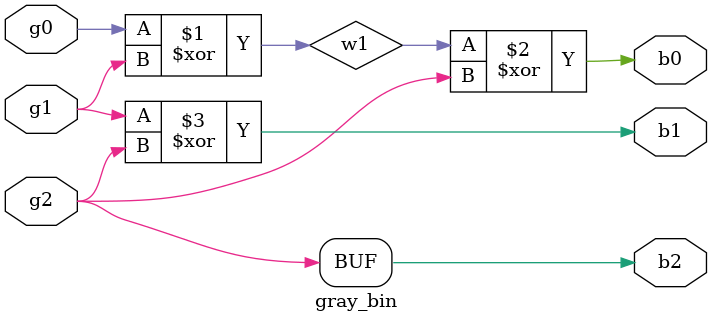
<source format=v>
`timescale 1ns / 1ps


module gray_bin(
    input g0,g1,g2,
    output b0,b1,b2
    );
    wire w1;
 /*   xor (w1,g0,g1),(b0,w1,g2),(b1,g1,g2);
    buf (b2,g2); */
    assign w1 = g0^g1;
    assign b0 = w1^g2;
    assign b1 = g1^g2;
    assign b2 = g2;
endmodule

</source>
